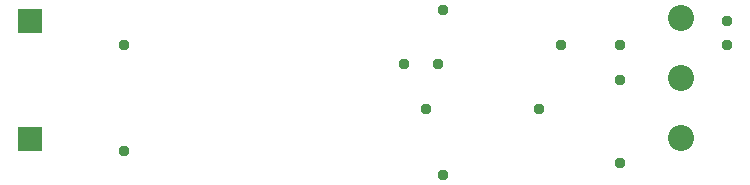
<source format=gbs>
G75*
%MOIN*%
%OFA0B0*%
%FSLAX25Y25*%
%IPPOS*%
%LPD*%
%AMOC8*
5,1,8,0,0,1.08239X$1,22.5*
%
%ADD10C,0.08674*%
%ADD11R,0.07887X0.07887*%
%ADD12C,0.03778*%
D10*
X0274663Y0021383D03*
X0274663Y0041383D03*
X0274663Y0061383D03*
D11*
X0057556Y0020985D03*
X0057556Y0060355D03*
D12*
X0089053Y0052481D03*
X0182438Y0046300D03*
X0193501Y0046300D03*
X0234722Y0052481D03*
X0254407Y0052481D03*
X0289840Y0052481D03*
X0289840Y0060355D03*
X0254407Y0040670D03*
X0227438Y0031300D03*
X0189564Y0031300D03*
X0254407Y0013111D03*
X0195352Y0009174D03*
X0089053Y0017048D03*
X0195352Y0064292D03*
M02*

</source>
